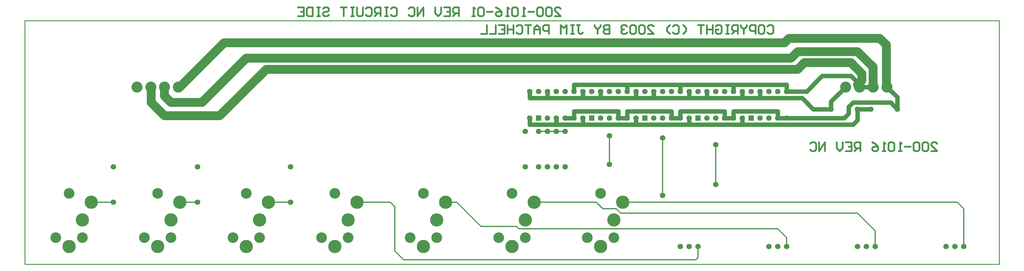
<source format=gbl>
*%FSLAX23Y23*%
*%MOIN*%
G01*
%ADD11C,0.006*%
%ADD12C,0.007*%
%ADD13C,0.008*%
%ADD14C,0.010*%
%ADD15C,0.012*%
%ADD16C,0.020*%
%ADD17C,0.036*%
%ADD18C,0.050*%
%ADD19C,0.056*%
%ADD20C,0.060*%
%ADD21C,0.062*%
%ADD22C,0.066*%
%ADD23C,0.068*%
%ADD24C,0.070*%
%ADD25C,0.080*%
%ADD26C,0.090*%
%ADD27C,0.095*%
%ADD28C,0.100*%
%ADD29C,0.115*%
%ADD30C,0.120*%
%ADD31C,0.125*%
%ADD32C,0.126*%
%ADD33C,0.131*%
%ADD34C,0.150*%
%ADD35C,0.156*%
%ADD36R,0.062X0.062*%
%ADD37R,0.068X0.068*%
D14*
X4228Y6463D02*
X15228D01*
Y9213D02*
X4228D01*
X15228D02*
Y6463D01*
X4228D02*
Y9213D01*
D15*
X13628Y7038D02*
X13828Y6838D01*
X9378Y6888D02*
X9103Y7163D01*
X8503Y6513D02*
X11803D01*
X12728Y6863D02*
X9803D01*
X9778Y6888D02*
X9378D01*
X4978Y7163D02*
X4953D01*
X5228D01*
X5978D02*
X6178D01*
X10978D02*
X14753D01*
X10678D02*
X9978D01*
X11128Y7038D02*
X13628D01*
X11128D02*
X10953D01*
X10903Y7088D02*
X10753D01*
X9103Y7163D02*
X8978D01*
X7228D02*
X7003D01*
X6978D01*
X7978D02*
X8353D01*
X10128Y7963D02*
X10228D01*
X10128D02*
X10028D01*
X10228D02*
X10328D01*
X8403Y7113D02*
Y6613D01*
X8503Y6513D01*
X8403Y7113D02*
X8353Y7163D01*
X9778Y6888D02*
X9803Y6863D01*
X10828Y7588D02*
Y7913D01*
X10678Y7163D02*
X10753Y7088D01*
X10903D02*
X10953Y7038D01*
X11428Y7238D02*
Y7888D01*
X11828Y6663D02*
Y6538D01*
X11803Y6513D01*
X12028Y7363D02*
Y7813D01*
X12728Y6863D02*
X12828Y6763D01*
Y6663D01*
X13828D02*
Y6838D01*
X14753Y7163D02*
X14828Y7088D01*
Y6663D01*
D16*
X10278Y9263D02*
X10211D01*
X10278D02*
X10211Y9330D01*
Y9346D01*
X10228Y9363D01*
X10261D01*
X10278Y9346D01*
X10178D02*
X10161Y9363D01*
X10128D01*
X10111Y9346D01*
Y9280D01*
X10128Y9263D01*
X10161D01*
X10178Y9280D01*
Y9346D01*
X10078D02*
X10061Y9363D01*
X10028D01*
X10011Y9346D01*
Y9280D01*
X10028Y9263D01*
X10061D01*
X10078Y9280D01*
Y9346D01*
X9978Y9313D02*
X9911D01*
X9878Y9263D02*
X9845D01*
X9861D01*
Y9363D01*
X9862D01*
X9861D02*
X9878Y9346D01*
X9795D02*
X9778Y9363D01*
X9745D01*
X9728Y9346D01*
Y9280D01*
X9745Y9263D01*
X9778D01*
X9795Y9280D01*
Y9346D01*
X9695Y9263D02*
X9662D01*
X9678D01*
Y9363D01*
X9679D01*
X9678D02*
X9695Y9346D01*
X9578D02*
X9545Y9363D01*
X9578Y9346D02*
X9612Y9313D01*
Y9280D01*
X9595Y9263D01*
X9562D01*
X9545Y9280D01*
Y9296D01*
X9562Y9313D01*
X9612D01*
X9512D02*
X9445D01*
X9412Y9346D02*
X9395Y9363D01*
X9362D01*
X9345Y9346D01*
Y9280D01*
X9362Y9263D01*
X9395D01*
X9412Y9280D01*
Y9346D01*
X9312Y9263D02*
X9278D01*
X9295D01*
Y9363D01*
X9296D01*
X9295D02*
X9312Y9346D01*
X9128Y9363D02*
Y9263D01*
Y9363D02*
X9078D01*
X9062Y9346D01*
Y9313D01*
X9078Y9296D01*
X9128D01*
X9095D02*
X9062Y9263D01*
X9028Y9363D02*
X8962D01*
X9028D02*
Y9263D01*
X8962D01*
X8995Y9313D02*
X9028D01*
X8928Y9296D02*
Y9363D01*
Y9296D02*
X8895Y9263D01*
X8862Y9296D01*
Y9363D01*
X8729D02*
Y9263D01*
X8662D02*
X8729Y9363D01*
X8662D02*
Y9263D01*
X8562Y9346D02*
X8579Y9363D01*
X8612D01*
X8629Y9346D01*
Y9280D01*
X8612Y9263D01*
X8579D01*
X8562Y9280D01*
X8379Y9363D02*
X8362Y9346D01*
X8379Y9363D02*
X8412D01*
X8429Y9346D01*
Y9280D01*
X8412Y9263D01*
X8379D01*
X8362Y9280D01*
X8329Y9363D02*
X8295D01*
X8312D01*
Y9263D01*
X8329D01*
X8295D01*
X8245D02*
Y9363D01*
X8195D01*
X8179Y9346D01*
Y9313D01*
X8195Y9296D01*
X8245D01*
X8212D02*
X8179Y9263D01*
X8079Y9346D02*
X8095Y9363D01*
X8129D01*
X8145Y9346D01*
Y9280D01*
X8129Y9263D01*
X8095D01*
X8079Y9280D01*
X8045D02*
Y9363D01*
Y9280D02*
X8029Y9263D01*
X7995D01*
X7979Y9280D01*
Y9363D01*
X7945D02*
X7912D01*
X7929D01*
Y9263D01*
X7945D01*
X7912D01*
X7862Y9363D02*
X7795D01*
X7829D01*
Y9263D01*
X7612Y9363D02*
X7596Y9346D01*
X7612Y9363D02*
X7646D01*
X7662Y9346D01*
Y9330D01*
X7646Y9313D01*
X7612D01*
X7596Y9296D01*
Y9280D01*
X7612Y9263D01*
X7646D01*
X7662Y9280D01*
X7562Y9363D02*
X7529D01*
X7546D01*
Y9263D01*
X7562D01*
X7529D01*
X7479D02*
Y9363D01*
Y9263D02*
X7429D01*
X7412Y9280D01*
Y9346D01*
X7429Y9363D01*
X7479D01*
X7379D02*
X7312D01*
X7379D02*
Y9263D01*
X7312D01*
X7346Y9313D02*
X7379D01*
X14461Y7738D02*
X14528D01*
X14461Y7805D01*
Y7821D01*
X14478Y7838D01*
X14511D01*
X14528Y7821D01*
X14428D02*
X14411Y7838D01*
X14378D01*
X14361Y7821D01*
Y7755D01*
X14378Y7738D01*
X14411D01*
X14428Y7755D01*
Y7821D01*
X14328D02*
X14311Y7838D01*
X14278D01*
X14261Y7821D01*
Y7755D01*
X14278Y7738D01*
X14311D01*
X14328Y7755D01*
Y7821D01*
X14228Y7788D02*
X14161D01*
X14128Y7738D02*
X14095D01*
X14111D01*
Y7838D01*
X14112D01*
X14111D02*
X14128Y7821D01*
X14045D02*
X14028Y7838D01*
X13995D01*
X13978Y7821D01*
Y7755D01*
X13995Y7738D01*
X14028D01*
X14045Y7755D01*
Y7821D01*
X13945Y7738D02*
X13912D01*
X13928D01*
Y7838D01*
X13929D01*
X13928D02*
X13945Y7821D01*
X13828D02*
X13795Y7838D01*
X13828Y7821D02*
X13862Y7788D01*
Y7755D01*
X13845Y7738D01*
X13812D01*
X13795Y7755D01*
Y7771D01*
X13812Y7788D01*
X13862D01*
X13662Y7738D02*
Y7838D01*
X13612D01*
X13595Y7821D01*
Y7788D01*
X13612Y7771D01*
X13662D01*
X13628D02*
X13595Y7738D01*
X13562Y7838D02*
X13495D01*
X13562D02*
Y7738D01*
X13495D01*
X13528Y7788D02*
X13562D01*
X13462Y7771D02*
Y7838D01*
Y7771D02*
X13428Y7738D01*
X13395Y7771D01*
Y7838D01*
X13262D02*
Y7738D01*
X13195D02*
X13262Y7838D01*
X13195D02*
Y7738D01*
X13095Y7821D02*
X13112Y7838D01*
X13145D01*
X13162Y7821D01*
Y7755D01*
X13145Y7738D01*
X13112D01*
X13095Y7755D01*
X12611Y9146D02*
X12628Y9163D01*
X12661D01*
X12678Y9146D01*
Y9080D01*
X12661Y9063D01*
X12628D01*
X12611Y9080D01*
X12561Y9163D02*
X12528D01*
X12561D02*
X12578Y9146D01*
Y9080D01*
X12561Y9063D01*
X12528D01*
X12511Y9080D01*
Y9146D01*
X12528Y9163D01*
X12478D02*
Y9063D01*
Y9163D02*
X12428D01*
X12411Y9146D01*
Y9113D01*
X12428Y9096D01*
X12478D01*
X12378Y9146D02*
Y9163D01*
Y9146D02*
X12345Y9113D01*
X12311Y9146D01*
Y9163D01*
X12345Y9113D02*
Y9063D01*
X12278D02*
Y9163D01*
X12228D01*
X12211Y9146D01*
Y9113D01*
X12228Y9096D01*
X12278D01*
X12245D02*
X12211Y9063D01*
X12178Y9163D02*
X12145D01*
X12162D01*
Y9063D01*
X12178D01*
X12145D01*
X12045Y9163D02*
X12028Y9146D01*
X12045Y9163D02*
X12078D01*
X12095Y9146D01*
Y9080D01*
X12078Y9063D01*
X12045D01*
X12028Y9080D01*
Y9113D01*
X12062D01*
X11995Y9063D02*
Y9163D01*
Y9113D02*
Y9063D01*
Y9113D02*
X11928D01*
Y9163D01*
Y9063D01*
X11895Y9163D02*
X11828D01*
X11862D01*
Y9063D01*
X11695Y9096D02*
X11662Y9063D01*
X11695Y9096D02*
Y9130D01*
X11662Y9163D01*
X11562D02*
X11545Y9146D01*
X11562Y9163D02*
X11595D01*
X11612Y9146D01*
Y9080D01*
X11595Y9063D01*
X11562D01*
X11545Y9080D01*
X11512Y9063D02*
X11478Y9096D01*
Y9130D01*
X11512Y9163D01*
X11328Y9063D02*
X11262D01*
X11328D02*
X11262Y9130D01*
Y9146D01*
X11278Y9163D01*
X11312D01*
X11328Y9146D01*
X11228D02*
X11212Y9163D01*
X11178D01*
X11162Y9146D01*
Y9080D01*
X11178Y9063D01*
X11212D01*
X11228Y9080D01*
Y9146D01*
X11129D02*
X11112Y9163D01*
X11079D01*
X11062Y9146D01*
Y9080D01*
X11079Y9063D01*
X11112D01*
X11129Y9080D01*
Y9146D01*
X11029D02*
X11012Y9163D01*
X10979D01*
X10962Y9146D01*
Y9130D01*
X10963D01*
X10962D02*
X10963D01*
X10962D02*
X10963D01*
X10962D02*
X10979Y9113D01*
X10995D01*
X10979D01*
X10962Y9096D01*
Y9080D01*
X10979Y9063D01*
X11012D01*
X11029Y9080D01*
X10829Y9063D02*
Y9163D01*
Y9063D02*
X10779D01*
X10762Y9080D01*
Y9096D01*
X10779Y9113D01*
X10829D01*
X10830D01*
X10829D02*
X10830D01*
X10829D02*
X10830D01*
X10829D02*
X10779D01*
X10762Y9130D01*
Y9146D01*
X10779Y9163D01*
X10829D01*
X10729D02*
Y9146D01*
X10695Y9113D01*
X10662Y9146D01*
Y9163D01*
X10695Y9113D02*
Y9063D01*
X10495Y9163D02*
X10462D01*
X10479D02*
X10495D01*
X10479D02*
Y9080D01*
X10495Y9063D01*
X10512D01*
X10529Y9080D01*
X10429Y9163D02*
X10395D01*
X10412D01*
Y9063D01*
X10429D01*
X10395D01*
X10345D02*
Y9163D01*
X10312Y9130D01*
X10279Y9163D01*
Y9063D01*
X10145D02*
Y9163D01*
X10096D01*
X10079Y9146D01*
Y9113D01*
X10096Y9096D01*
X10145D01*
X10046Y9130D02*
Y9063D01*
Y9130D02*
X10012Y9163D01*
X9979Y9130D01*
Y9063D01*
Y9113D01*
X10046D01*
X9946Y9163D02*
X9879D01*
X9912D01*
Y9063D01*
X9796Y9163D02*
X9779Y9146D01*
X9796Y9163D02*
X9829D01*
X9846Y9146D01*
Y9080D01*
X9829Y9063D01*
X9796D01*
X9779Y9080D01*
X9746Y9063D02*
Y9163D01*
Y9113D02*
Y9063D01*
Y9113D02*
X9679D01*
Y9163D01*
Y9063D01*
X9646Y9163D02*
X9579D01*
X9646D02*
Y9063D01*
X9579D01*
X9612Y9113D02*
X9646D01*
X9546Y9063D02*
Y9163D01*
Y9063D02*
X9479D01*
X9446D02*
Y9163D01*
Y9063D02*
X9379D01*
D18*
X13653Y8488D02*
X13650Y8463D01*
X13653Y8488D02*
X13553Y8588D01*
X13962Y8463D02*
X14078Y8347D01*
X14028Y8263D02*
X14078Y8213D01*
X13128D02*
X13003Y8338D01*
X14003Y8288D02*
X14028Y8263D01*
X13228Y8588D02*
X13053Y8413D01*
X13328Y8297D02*
X13494Y8463D01*
X13528Y8163D02*
X13478Y8113D01*
X13528Y8238D02*
X13578Y8288D01*
X13628Y8088D02*
X13578Y8038D01*
X12853Y8113D02*
X12828D01*
X12853D02*
X13478D01*
X12828D02*
X12728D01*
X12328Y8038D02*
X13578D01*
X12328D02*
X11728D01*
X11128D01*
X10528D01*
X10228D01*
X9928D01*
X10328Y8113D02*
X10428D01*
X10928D02*
X11028D01*
X10928Y8188D02*
X10428D01*
X11528Y8113D02*
X11628D01*
X11528Y8188D02*
X11028D01*
X12128Y8113D02*
X12228D01*
X12128Y8188D02*
X11628D01*
X12228D02*
X12728D01*
X13628Y8213D02*
X13778D01*
X13328D02*
X13128D01*
X13003Y8338D02*
X12528D01*
X12328D01*
X11928D01*
X11728D01*
X11328D01*
X11128D01*
X10728D01*
X10528D01*
X10128D01*
X9928D01*
X13578Y8288D02*
X14003D01*
X13053Y8413D02*
X12828D01*
X13650Y8463D02*
X13653D01*
X13806D01*
X13553Y8588D02*
X13228D01*
X12828Y8488D02*
X12228D01*
X11628D01*
X11028D01*
X10428D01*
X9928Y8413D02*
Y8338D01*
Y8113D02*
Y8038D01*
X10128Y8338D02*
Y8413D01*
X10228Y8113D02*
Y8038D01*
X10428Y8413D02*
Y8488D01*
Y8188D02*
Y8113D01*
X10528Y8338D02*
Y8413D01*
Y8113D02*
Y8038D01*
X10728Y8338D02*
Y8413D01*
X11028D02*
Y8488D01*
X10928Y8188D02*
Y8113D01*
X11028D02*
Y8188D01*
X11128Y8338D02*
Y8413D01*
Y8113D02*
Y8038D01*
X11328Y8338D02*
Y8413D01*
X11628D02*
Y8488D01*
X11528Y8188D02*
Y8113D01*
X11628D02*
Y8188D01*
X11728Y8338D02*
Y8413D01*
Y8113D02*
Y8038D01*
X11928Y8338D02*
Y8413D01*
X12228D02*
Y8488D01*
X12128Y8188D02*
Y8113D01*
X12228D02*
Y8188D01*
X12328Y8338D02*
Y8413D01*
Y8113D02*
Y8038D01*
X12528Y8338D02*
Y8413D01*
X12728Y8188D02*
Y8113D01*
X12828Y8413D02*
Y8488D01*
X13328Y8297D02*
Y8213D01*
X13528Y8238D02*
Y8163D01*
X13628Y8213D02*
Y8088D01*
X14078Y8213D02*
Y8347D01*
D21*
X12028Y7813D02*
D03*
Y7363D02*
D03*
X11428Y7888D02*
D03*
Y7238D02*
D03*
X10828Y7913D02*
D03*
Y7588D02*
D03*
X14828Y6663D02*
D03*
X14628D02*
D03*
X14728D02*
D03*
X14078Y8213D02*
D03*
X13778D02*
D03*
X13328D02*
D03*
X13628D02*
D03*
X12828Y8113D02*
D03*
Y8413D02*
D03*
Y6663D02*
D03*
X12628D02*
D03*
X12728D02*
D03*
X13828D02*
D03*
X13628D02*
D03*
X13728D02*
D03*
X11128Y8413D02*
D03*
Y8113D02*
D03*
X11428D02*
D03*
X11528D02*
D03*
Y8413D02*
D03*
X11428D02*
D03*
X11328D02*
D03*
X11228D02*
D03*
X11328Y8113D02*
D03*
X11628D02*
D03*
Y8413D02*
D03*
X11728D02*
D03*
Y8113D02*
D03*
X12028D02*
D03*
X12128D02*
D03*
Y8413D02*
D03*
X12028D02*
D03*
X11928D02*
D03*
X11828D02*
D03*
X11928Y8113D02*
D03*
X12228D02*
D03*
Y8413D02*
D03*
X12328D02*
D03*
Y8113D02*
D03*
X12628D02*
D03*
X12728D02*
D03*
Y8413D02*
D03*
X12628D02*
D03*
X12528D02*
D03*
X12428D02*
D03*
X12528Y8113D02*
D03*
X11828Y6663D02*
D03*
X11628D02*
D03*
X11728D02*
D03*
X10028Y7963D02*
D03*
Y7563D02*
D03*
X9878Y7963D02*
D03*
Y7563D02*
D03*
X10128Y7963D02*
D03*
Y7563D02*
D03*
X10228Y7963D02*
D03*
Y7563D02*
D03*
X10328Y7963D02*
D03*
Y7563D02*
D03*
X9928Y8413D02*
D03*
Y8113D02*
D03*
X10228D02*
D03*
X10328D02*
D03*
Y8413D02*
D03*
X10228D02*
D03*
X10128D02*
D03*
X10028D02*
D03*
X10128Y8113D02*
D03*
X10428D02*
D03*
Y8413D02*
D03*
X10528D02*
D03*
Y8113D02*
D03*
X10828D02*
D03*
X10928D02*
D03*
Y8413D02*
D03*
X10828D02*
D03*
X10728D02*
D03*
X10628D02*
D03*
X10728Y8113D02*
D03*
X11028D02*
D03*
Y8413D02*
D03*
X7228Y7163D02*
D03*
Y7563D02*
D03*
X5228Y7163D02*
D03*
Y7563D02*
D03*
X6178Y7163D02*
D03*
Y7563D02*
D03*
D28*
X5803Y8138D02*
X5653Y8288D01*
X13553Y8738D02*
X13678Y8613D01*
X13803Y8688D02*
X13628Y8863D01*
X5878Y8288D02*
X5803Y8363D01*
X13878Y9013D02*
X13953Y8938D01*
X6953Y8663D02*
X6428Y8138D01*
X12953Y8663D02*
X13028Y8738D01*
X13628Y8488D02*
X13678Y8538D01*
X12953Y8863D02*
X12878Y8788D01*
X6728D02*
X6228Y8288D01*
X5978Y8463D02*
X6478Y8963D01*
X12803D02*
X12853Y9013D01*
X5653Y8463D02*
Y8288D01*
X5803Y8138D02*
X6428D01*
X5803Y8363D02*
Y8463D01*
X5878Y8288D02*
X6228D01*
X6953Y8663D02*
X12828D01*
X12953D01*
X13028Y8738D02*
X13553D01*
X12878Y8788D02*
X6728D01*
X12953Y8863D02*
X13628D01*
X12803Y8963D02*
X6478D01*
X12853Y9013D02*
X13878D01*
X13678Y8613D02*
Y8538D01*
X13803Y8463D02*
Y8688D01*
X13953Y8463D02*
Y8938D01*
D30*
X10578Y6763D02*
D03*
X10878D02*
D03*
X10728Y7263D02*
D03*
X9578Y6763D02*
D03*
X9878D02*
D03*
X9728Y7263D02*
D03*
X8578Y6763D02*
D03*
X8878D02*
D03*
X8728Y7263D02*
D03*
X6578Y6763D02*
D03*
X6878D02*
D03*
X6728Y7263D02*
D03*
X7578Y6763D02*
D03*
X7878D02*
D03*
X7728Y7263D02*
D03*
X5578Y6763D02*
D03*
X5878D02*
D03*
X5728Y7263D02*
D03*
X4578Y6763D02*
D03*
X4878D02*
D03*
X4728Y7263D02*
D03*
D31*
X13650Y8463D02*
D03*
X13962D02*
D03*
X13494D02*
D03*
X13806D02*
D03*
X5806D02*
D03*
X5494D02*
D03*
X5962D02*
D03*
X5650D02*
D03*
D34*
X10978Y7163D02*
D03*
X10878Y6963D02*
D03*
X10728Y6663D02*
D03*
X9978Y7163D02*
D03*
X9878Y6963D02*
D03*
X9728Y6663D02*
D03*
X8978Y7163D02*
D03*
X8878Y6963D02*
D03*
X8728Y6663D02*
D03*
X6978Y7163D02*
D03*
X6878Y6963D02*
D03*
X6728Y6663D02*
D03*
X7978Y7163D02*
D03*
X7878Y6963D02*
D03*
X7728Y6663D02*
D03*
X5978Y7163D02*
D03*
X5878Y6963D02*
D03*
X5728Y6663D02*
D03*
X4978Y7163D02*
D03*
X4878Y6963D02*
D03*
X4728Y6663D02*
D03*
D36*
X11228Y8113D02*
D03*
X11828D02*
D03*
X12428D02*
D03*
X10028D02*
D03*
X10628D02*
D03*
M02*

</source>
